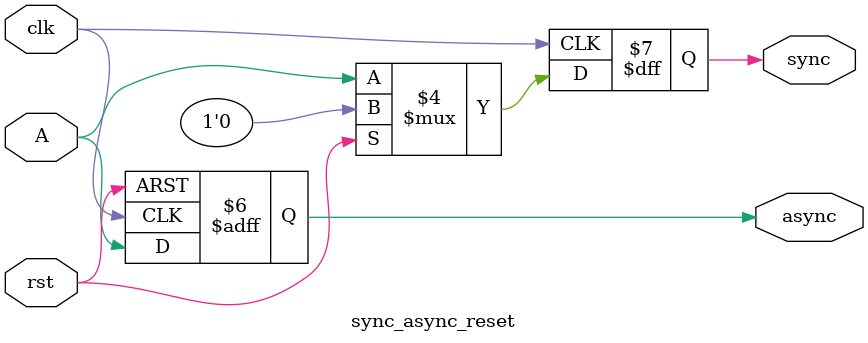
<source format=v>
module sync_async_reset(clk,rst,A,async,sync);
input clk,rst,A;
output reg async,sync;
   
//SYNCHRONOUS RESET
    always@(posedge clk)  
    begin
        if(rst) sync <= 1'b0;
        else sync <= A;
    end

//ASYNCHRONOUS RESET
    always@(posedge clk, posedge rst)
    begin
        if(rst) async <= 1'b0;
        else async <= A;
    end  
    
endmodule

</source>
